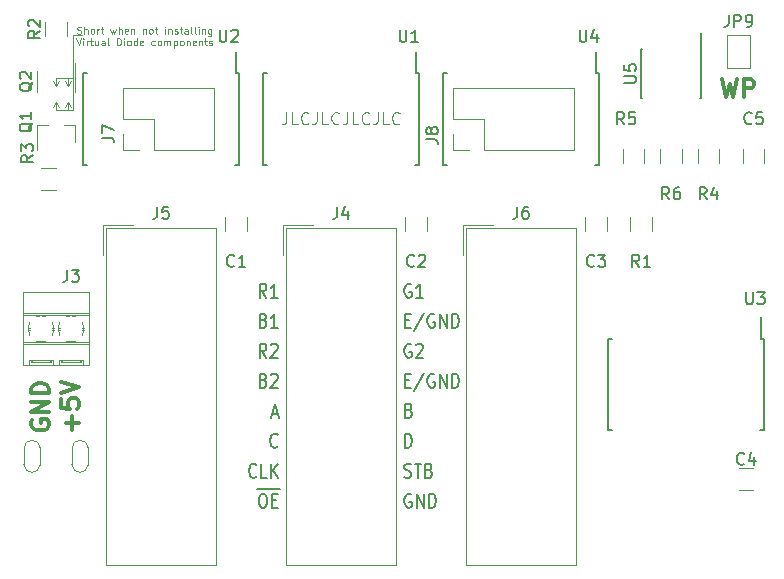
<source format=gbr>
G04 #@! TF.GenerationSoftware,KiCad,Pcbnew,5.0.2-bee76a0~70~ubuntu18.04.1*
G04 #@! TF.CreationDate,2019-04-09T16:07:38-04:00*
G04 #@! TF.ProjectId,rpi-rgb-led-matrix-nonhat,7270692d-7267-4622-9d6c-65642d6d6174,1.2*
G04 #@! TF.SameCoordinates,Original*
G04 #@! TF.FileFunction,Legend,Top*
G04 #@! TF.FilePolarity,Positive*
%FSLAX46Y46*%
G04 Gerber Fmt 4.6, Leading zero omitted, Abs format (unit mm)*
G04 Created by KiCad (PCBNEW 5.0.2-bee76a0~70~ubuntu18.04.1) date Tue 09 Apr 2019 16:07:38 EDT*
%MOMM*%
%LPD*%
G01*
G04 APERTURE LIST*
%ADD10C,0.050000*%
%ADD11C,0.100000*%
%ADD12C,0.150000*%
%ADD13C,0.300000*%
%ADD14C,0.120000*%
%ADD15C,0.025000*%
%ADD16C,0.030000*%
%ADD17C,0.080000*%
G04 APERTURE END LIST*
D10*
X-3683000Y-4953000D02*
X-2921000Y-4953000D01*
X-3683000Y-11303000D02*
X-3683000Y-4953000D01*
X-5080000Y-8636000D02*
X-3683000Y-8636000D01*
X-3810000Y-8890000D02*
X-4064000Y-9271000D01*
X-4064000Y-9271000D02*
X-4064000Y-8636000D01*
X-4064000Y-9271000D02*
X-4318000Y-8890000D01*
X-4826000Y-8890000D02*
X-5080000Y-9271000D01*
X-5080000Y-9271000D02*
X-5080000Y-8636000D01*
X-5080000Y-9271000D02*
X-5334000Y-8890000D01*
X-5080000Y-11303000D02*
X-3683000Y-11303000D01*
X-4064000Y-10668000D02*
X-3810000Y-11049000D01*
X-4064000Y-10668000D02*
X-4064000Y-11303000D01*
X-4318000Y-11049000D02*
X-4064000Y-10668000D01*
X-5080000Y-10668000D02*
X-4826000Y-11049000D01*
X-5080000Y-10668000D02*
X-5080000Y-11303000D01*
X-5334000Y-11049000D02*
X-5080000Y-10668000D01*
D11*
X-3272714Y-4822857D02*
X-3187000Y-4851428D01*
X-3044142Y-4851428D01*
X-2987000Y-4822857D01*
X-2958428Y-4794285D01*
X-2929857Y-4737142D01*
X-2929857Y-4680000D01*
X-2958428Y-4622857D01*
X-2987000Y-4594285D01*
X-3044142Y-4565714D01*
X-3158428Y-4537142D01*
X-3215571Y-4508571D01*
X-3244142Y-4480000D01*
X-3272714Y-4422857D01*
X-3272714Y-4365714D01*
X-3244142Y-4308571D01*
X-3215571Y-4280000D01*
X-3158428Y-4251428D01*
X-3015571Y-4251428D01*
X-2929857Y-4280000D01*
X-2672714Y-4851428D02*
X-2672714Y-4251428D01*
X-2415571Y-4851428D02*
X-2415571Y-4537142D01*
X-2444142Y-4480000D01*
X-2501285Y-4451428D01*
X-2587000Y-4451428D01*
X-2644142Y-4480000D01*
X-2672714Y-4508571D01*
X-2044142Y-4851428D02*
X-2101285Y-4822857D01*
X-2129857Y-4794285D01*
X-2158428Y-4737142D01*
X-2158428Y-4565714D01*
X-2129857Y-4508571D01*
X-2101285Y-4480000D01*
X-2044142Y-4451428D01*
X-1958428Y-4451428D01*
X-1901285Y-4480000D01*
X-1872714Y-4508571D01*
X-1844142Y-4565714D01*
X-1844142Y-4737142D01*
X-1872714Y-4794285D01*
X-1901285Y-4822857D01*
X-1958428Y-4851428D01*
X-2044142Y-4851428D01*
X-1587000Y-4851428D02*
X-1587000Y-4451428D01*
X-1587000Y-4565714D02*
X-1558428Y-4508571D01*
X-1529857Y-4480000D01*
X-1472714Y-4451428D01*
X-1415571Y-4451428D01*
X-1301285Y-4451428D02*
X-1072714Y-4451428D01*
X-1215571Y-4251428D02*
X-1215571Y-4765714D01*
X-1187000Y-4822857D01*
X-1129857Y-4851428D01*
X-1072714Y-4851428D01*
X-472714Y-4451428D02*
X-358428Y-4851428D01*
X-244142Y-4565714D01*
X-129857Y-4851428D01*
X-15571Y-4451428D01*
X212999Y-4851428D02*
X212999Y-4251428D01*
X470142Y-4851428D02*
X470142Y-4537142D01*
X441571Y-4480000D01*
X384428Y-4451428D01*
X298714Y-4451428D01*
X241571Y-4480000D01*
X212999Y-4508571D01*
X984428Y-4822857D02*
X927285Y-4851428D01*
X812999Y-4851428D01*
X755857Y-4822857D01*
X727285Y-4765714D01*
X727285Y-4537142D01*
X755857Y-4480000D01*
X812999Y-4451428D01*
X927285Y-4451428D01*
X984428Y-4480000D01*
X1012999Y-4537142D01*
X1012999Y-4594285D01*
X727285Y-4651428D01*
X1270142Y-4451428D02*
X1270142Y-4851428D01*
X1270142Y-4508571D02*
X1298714Y-4480000D01*
X1355857Y-4451428D01*
X1441571Y-4451428D01*
X1498714Y-4480000D01*
X1527285Y-4537142D01*
X1527285Y-4851428D01*
X2270142Y-4451428D02*
X2270142Y-4851428D01*
X2270142Y-4508571D02*
X2298714Y-4480000D01*
X2355857Y-4451428D01*
X2441571Y-4451428D01*
X2498714Y-4480000D01*
X2527285Y-4537142D01*
X2527285Y-4851428D01*
X2898714Y-4851428D02*
X2841571Y-4822857D01*
X2812999Y-4794285D01*
X2784428Y-4737142D01*
X2784428Y-4565714D01*
X2812999Y-4508571D01*
X2841571Y-4480000D01*
X2898714Y-4451428D01*
X2984428Y-4451428D01*
X3041571Y-4480000D01*
X3070142Y-4508571D01*
X3098714Y-4565714D01*
X3098714Y-4737142D01*
X3070142Y-4794285D01*
X3041571Y-4822857D01*
X2984428Y-4851428D01*
X2898714Y-4851428D01*
X3270142Y-4451428D02*
X3498714Y-4451428D01*
X3355857Y-4251428D02*
X3355857Y-4765714D01*
X3384428Y-4822857D01*
X3441571Y-4851428D01*
X3498714Y-4851428D01*
X4155857Y-4851428D02*
X4155857Y-4451428D01*
X4155857Y-4251428D02*
X4127285Y-4280000D01*
X4155857Y-4308571D01*
X4184428Y-4280000D01*
X4155857Y-4251428D01*
X4155857Y-4308571D01*
X4441571Y-4451428D02*
X4441571Y-4851428D01*
X4441571Y-4508571D02*
X4470142Y-4480000D01*
X4527285Y-4451428D01*
X4612999Y-4451428D01*
X4670142Y-4480000D01*
X4698714Y-4537142D01*
X4698714Y-4851428D01*
X4955857Y-4822857D02*
X5012999Y-4851428D01*
X5127285Y-4851428D01*
X5184428Y-4822857D01*
X5212999Y-4765714D01*
X5212999Y-4737142D01*
X5184428Y-4680000D01*
X5127285Y-4651428D01*
X5041571Y-4651428D01*
X4984428Y-4622857D01*
X4955857Y-4565714D01*
X4955857Y-4537142D01*
X4984428Y-4480000D01*
X5041571Y-4451428D01*
X5127285Y-4451428D01*
X5184428Y-4480000D01*
X5384428Y-4451428D02*
X5612999Y-4451428D01*
X5470142Y-4251428D02*
X5470142Y-4765714D01*
X5498714Y-4822857D01*
X5555857Y-4851428D01*
X5612999Y-4851428D01*
X6070142Y-4851428D02*
X6070142Y-4537142D01*
X6041571Y-4480000D01*
X5984428Y-4451428D01*
X5870142Y-4451428D01*
X5812999Y-4480000D01*
X6070142Y-4822857D02*
X6012999Y-4851428D01*
X5870142Y-4851428D01*
X5812999Y-4822857D01*
X5784428Y-4765714D01*
X5784428Y-4708571D01*
X5812999Y-4651428D01*
X5870142Y-4622857D01*
X6012999Y-4622857D01*
X6070142Y-4594285D01*
X6441571Y-4851428D02*
X6384428Y-4822857D01*
X6355857Y-4765714D01*
X6355857Y-4251428D01*
X6755857Y-4851428D02*
X6698714Y-4822857D01*
X6670142Y-4765714D01*
X6670142Y-4251428D01*
X6984428Y-4851428D02*
X6984428Y-4451428D01*
X6984428Y-4251428D02*
X6955857Y-4280000D01*
X6984428Y-4308571D01*
X7012999Y-4280000D01*
X6984428Y-4251428D01*
X6984428Y-4308571D01*
X7270142Y-4451428D02*
X7270142Y-4851428D01*
X7270142Y-4508571D02*
X7298714Y-4480000D01*
X7355857Y-4451428D01*
X7441571Y-4451428D01*
X7498714Y-4480000D01*
X7527285Y-4537142D01*
X7527285Y-4851428D01*
X8070142Y-4451428D02*
X8070142Y-4937142D01*
X8041571Y-4994285D01*
X8013000Y-5022857D01*
X7955857Y-5051428D01*
X7870142Y-5051428D01*
X7813000Y-5022857D01*
X8070142Y-4822857D02*
X8013000Y-4851428D01*
X7898714Y-4851428D01*
X7841571Y-4822857D01*
X7813000Y-4794285D01*
X7784428Y-4737142D01*
X7784428Y-4565714D01*
X7813000Y-4508571D01*
X7841571Y-4480000D01*
X7898714Y-4451428D01*
X8013000Y-4451428D01*
X8070142Y-4480000D01*
X-3372714Y-5251428D02*
X-3172714Y-5851428D01*
X-2972714Y-5251428D01*
X-2772714Y-5851428D02*
X-2772714Y-5451428D01*
X-2772714Y-5251428D02*
X-2801285Y-5280000D01*
X-2772714Y-5308571D01*
X-2744142Y-5280000D01*
X-2772714Y-5251428D01*
X-2772714Y-5308571D01*
X-2487000Y-5851428D02*
X-2487000Y-5451428D01*
X-2487000Y-5565714D02*
X-2458428Y-5508571D01*
X-2429857Y-5480000D01*
X-2372714Y-5451428D01*
X-2315571Y-5451428D01*
X-2201285Y-5451428D02*
X-1972714Y-5451428D01*
X-2115571Y-5251428D02*
X-2115571Y-5765714D01*
X-2087000Y-5822857D01*
X-2029857Y-5851428D01*
X-1972714Y-5851428D01*
X-1515571Y-5451428D02*
X-1515571Y-5851428D01*
X-1772714Y-5451428D02*
X-1772714Y-5765714D01*
X-1744142Y-5822857D01*
X-1687000Y-5851428D01*
X-1601285Y-5851428D01*
X-1544142Y-5822857D01*
X-1515571Y-5794285D01*
X-972714Y-5851428D02*
X-972714Y-5537142D01*
X-1001285Y-5480000D01*
X-1058428Y-5451428D01*
X-1172714Y-5451428D01*
X-1229857Y-5480000D01*
X-972714Y-5822857D02*
X-1029857Y-5851428D01*
X-1172714Y-5851428D01*
X-1229857Y-5822857D01*
X-1258428Y-5765714D01*
X-1258428Y-5708571D01*
X-1229857Y-5651428D01*
X-1172714Y-5622857D01*
X-1029857Y-5622857D01*
X-972714Y-5594285D01*
X-601285Y-5851428D02*
X-658428Y-5822857D01*
X-687000Y-5765714D01*
X-687000Y-5251428D01*
X84428Y-5851428D02*
X84428Y-5251428D01*
X227285Y-5251428D01*
X312999Y-5280000D01*
X370142Y-5337142D01*
X398714Y-5394285D01*
X427285Y-5508571D01*
X427285Y-5594285D01*
X398714Y-5708571D01*
X370142Y-5765714D01*
X312999Y-5822857D01*
X227285Y-5851428D01*
X84428Y-5851428D01*
X684428Y-5851428D02*
X684428Y-5451428D01*
X684428Y-5251428D02*
X655857Y-5280000D01*
X684428Y-5308571D01*
X712999Y-5280000D01*
X684428Y-5251428D01*
X684428Y-5308571D01*
X1055857Y-5851428D02*
X998714Y-5822857D01*
X970142Y-5794285D01*
X941571Y-5737142D01*
X941571Y-5565714D01*
X970142Y-5508571D01*
X998714Y-5480000D01*
X1055857Y-5451428D01*
X1141571Y-5451428D01*
X1198714Y-5480000D01*
X1227285Y-5508571D01*
X1255857Y-5565714D01*
X1255857Y-5737142D01*
X1227285Y-5794285D01*
X1198714Y-5822857D01*
X1141571Y-5851428D01*
X1055857Y-5851428D01*
X1770142Y-5851428D02*
X1770142Y-5251428D01*
X1770142Y-5822857D02*
X1712999Y-5851428D01*
X1598714Y-5851428D01*
X1541571Y-5822857D01*
X1512999Y-5794285D01*
X1484428Y-5737142D01*
X1484428Y-5565714D01*
X1512999Y-5508571D01*
X1541571Y-5480000D01*
X1598714Y-5451428D01*
X1712999Y-5451428D01*
X1770142Y-5480000D01*
X2284428Y-5822857D02*
X2227285Y-5851428D01*
X2112999Y-5851428D01*
X2055857Y-5822857D01*
X2027285Y-5765714D01*
X2027285Y-5537142D01*
X2055857Y-5480000D01*
X2112999Y-5451428D01*
X2227285Y-5451428D01*
X2284428Y-5480000D01*
X2312999Y-5537142D01*
X2312999Y-5594285D01*
X2027285Y-5651428D01*
X3284428Y-5822857D02*
X3227285Y-5851428D01*
X3112999Y-5851428D01*
X3055857Y-5822857D01*
X3027285Y-5794285D01*
X2998714Y-5737142D01*
X2998714Y-5565714D01*
X3027285Y-5508571D01*
X3055857Y-5480000D01*
X3112999Y-5451428D01*
X3227285Y-5451428D01*
X3284428Y-5480000D01*
X3627285Y-5851428D02*
X3570142Y-5822857D01*
X3541571Y-5794285D01*
X3512999Y-5737142D01*
X3512999Y-5565714D01*
X3541571Y-5508571D01*
X3570142Y-5480000D01*
X3627285Y-5451428D01*
X3712999Y-5451428D01*
X3770142Y-5480000D01*
X3798714Y-5508571D01*
X3827285Y-5565714D01*
X3827285Y-5737142D01*
X3798714Y-5794285D01*
X3770142Y-5822857D01*
X3712999Y-5851428D01*
X3627285Y-5851428D01*
X4084428Y-5851428D02*
X4084428Y-5451428D01*
X4084428Y-5508571D02*
X4112999Y-5480000D01*
X4170142Y-5451428D01*
X4255857Y-5451428D01*
X4312999Y-5480000D01*
X4341571Y-5537142D01*
X4341571Y-5851428D01*
X4341571Y-5537142D02*
X4370142Y-5480000D01*
X4427285Y-5451428D01*
X4512999Y-5451428D01*
X4570142Y-5480000D01*
X4598714Y-5537142D01*
X4598714Y-5851428D01*
X4884428Y-5451428D02*
X4884428Y-6051428D01*
X4884428Y-5480000D02*
X4941571Y-5451428D01*
X5055857Y-5451428D01*
X5112999Y-5480000D01*
X5141571Y-5508571D01*
X5170142Y-5565714D01*
X5170142Y-5737142D01*
X5141571Y-5794285D01*
X5112999Y-5822857D01*
X5055857Y-5851428D01*
X4941571Y-5851428D01*
X4884428Y-5822857D01*
X5512999Y-5851428D02*
X5455857Y-5822857D01*
X5427285Y-5794285D01*
X5398714Y-5737142D01*
X5398714Y-5565714D01*
X5427285Y-5508571D01*
X5455857Y-5480000D01*
X5512999Y-5451428D01*
X5598714Y-5451428D01*
X5655857Y-5480000D01*
X5684428Y-5508571D01*
X5712999Y-5565714D01*
X5712999Y-5737142D01*
X5684428Y-5794285D01*
X5655857Y-5822857D01*
X5598714Y-5851428D01*
X5512999Y-5851428D01*
X5970142Y-5451428D02*
X5970142Y-5851428D01*
X5970142Y-5508571D02*
X5998714Y-5480000D01*
X6055857Y-5451428D01*
X6141571Y-5451428D01*
X6198714Y-5480000D01*
X6227285Y-5537142D01*
X6227285Y-5851428D01*
X6741571Y-5822857D02*
X6684428Y-5851428D01*
X6570142Y-5851428D01*
X6513000Y-5822857D01*
X6484428Y-5765714D01*
X6484428Y-5537142D01*
X6513000Y-5480000D01*
X6570142Y-5451428D01*
X6684428Y-5451428D01*
X6741571Y-5480000D01*
X6770142Y-5537142D01*
X6770142Y-5594285D01*
X6484428Y-5651428D01*
X7027285Y-5451428D02*
X7027285Y-5851428D01*
X7027285Y-5508571D02*
X7055857Y-5480000D01*
X7113000Y-5451428D01*
X7198714Y-5451428D01*
X7255857Y-5480000D01*
X7284428Y-5537142D01*
X7284428Y-5851428D01*
X7484428Y-5451428D02*
X7713000Y-5451428D01*
X7570142Y-5251428D02*
X7570142Y-5765714D01*
X7598714Y-5822857D01*
X7655857Y-5851428D01*
X7713000Y-5851428D01*
X7884428Y-5822857D02*
X7941571Y-5851428D01*
X8055857Y-5851428D01*
X8113000Y-5822857D01*
X8141571Y-5765714D01*
X8141571Y-5737142D01*
X8113000Y-5680000D01*
X8055857Y-5651428D01*
X7970142Y-5651428D01*
X7913000Y-5622857D01*
X7884428Y-5565714D01*
X7884428Y-5537142D01*
X7913000Y-5480000D01*
X7970142Y-5451428D01*
X8055857Y-5451428D01*
X8113000Y-5480000D01*
D12*
X24989404Y-43850000D02*
X24894166Y-43792857D01*
X24751309Y-43792857D01*
X24608452Y-43850000D01*
X24513214Y-43964285D01*
X24465595Y-44078571D01*
X24417976Y-44307142D01*
X24417976Y-44478571D01*
X24465595Y-44707142D01*
X24513214Y-44821428D01*
X24608452Y-44935714D01*
X24751309Y-44992857D01*
X24846547Y-44992857D01*
X24989404Y-44935714D01*
X25037023Y-44878571D01*
X25037023Y-44478571D01*
X24846547Y-44478571D01*
X25465595Y-44992857D02*
X25465595Y-43792857D01*
X26037023Y-44992857D01*
X26037023Y-43792857D01*
X26513214Y-44992857D02*
X26513214Y-43792857D01*
X26751309Y-43792857D01*
X26894166Y-43850000D01*
X26989404Y-43964285D01*
X27037023Y-44078571D01*
X27084642Y-44307142D01*
X27084642Y-44478571D01*
X27037023Y-44707142D01*
X26989404Y-44821428D01*
X26894166Y-44935714D01*
X26751309Y-44992857D01*
X26513214Y-44992857D01*
X24417976Y-42395714D02*
X24560833Y-42452857D01*
X24798928Y-42452857D01*
X24894166Y-42395714D01*
X24941785Y-42338571D01*
X24989404Y-42224285D01*
X24989404Y-42110000D01*
X24941785Y-41995714D01*
X24894166Y-41938571D01*
X24798928Y-41881428D01*
X24608452Y-41824285D01*
X24513214Y-41767142D01*
X24465595Y-41710000D01*
X24417976Y-41595714D01*
X24417976Y-41481428D01*
X24465595Y-41367142D01*
X24513214Y-41310000D01*
X24608452Y-41252857D01*
X24846547Y-41252857D01*
X24989404Y-41310000D01*
X25275119Y-41252857D02*
X25846547Y-41252857D01*
X25560833Y-42452857D02*
X25560833Y-41252857D01*
X26513214Y-41824285D02*
X26656071Y-41881428D01*
X26703690Y-41938571D01*
X26751309Y-42052857D01*
X26751309Y-42224285D01*
X26703690Y-42338571D01*
X26656071Y-42395714D01*
X26560833Y-42452857D01*
X26179880Y-42452857D01*
X26179880Y-41252857D01*
X26513214Y-41252857D01*
X26608452Y-41310000D01*
X26656071Y-41367142D01*
X26703690Y-41481428D01*
X26703690Y-41595714D01*
X26656071Y-41710000D01*
X26608452Y-41767142D01*
X26513214Y-41824285D01*
X26179880Y-41824285D01*
X24465595Y-39912857D02*
X24465595Y-38712857D01*
X24703690Y-38712857D01*
X24846547Y-38770000D01*
X24941785Y-38884285D01*
X24989404Y-38998571D01*
X25037023Y-39227142D01*
X25037023Y-39398571D01*
X24989404Y-39627142D01*
X24941785Y-39741428D01*
X24846547Y-39855714D01*
X24703690Y-39912857D01*
X24465595Y-39912857D01*
X24798928Y-36744285D02*
X24941785Y-36801428D01*
X24989404Y-36858571D01*
X25037023Y-36972857D01*
X25037023Y-37144285D01*
X24989404Y-37258571D01*
X24941785Y-37315714D01*
X24846547Y-37372857D01*
X24465595Y-37372857D01*
X24465595Y-36172857D01*
X24798928Y-36172857D01*
X24894166Y-36230000D01*
X24941785Y-36287142D01*
X24989404Y-36401428D01*
X24989404Y-36515714D01*
X24941785Y-36630000D01*
X24894166Y-36687142D01*
X24798928Y-36744285D01*
X24465595Y-36744285D01*
X24465595Y-34204285D02*
X24798928Y-34204285D01*
X24941785Y-34832857D02*
X24465595Y-34832857D01*
X24465595Y-33632857D01*
X24941785Y-33632857D01*
X26084642Y-33575714D02*
X25227500Y-35118571D01*
X26941785Y-33690000D02*
X26846547Y-33632857D01*
X26703690Y-33632857D01*
X26560833Y-33690000D01*
X26465595Y-33804285D01*
X26417976Y-33918571D01*
X26370357Y-34147142D01*
X26370357Y-34318571D01*
X26417976Y-34547142D01*
X26465595Y-34661428D01*
X26560833Y-34775714D01*
X26703690Y-34832857D01*
X26798928Y-34832857D01*
X26941785Y-34775714D01*
X26989404Y-34718571D01*
X26989404Y-34318571D01*
X26798928Y-34318571D01*
X27417976Y-34832857D02*
X27417976Y-33632857D01*
X27989404Y-34832857D01*
X27989404Y-33632857D01*
X28465595Y-34832857D02*
X28465595Y-33632857D01*
X28703690Y-33632857D01*
X28846547Y-33690000D01*
X28941785Y-33804285D01*
X28989404Y-33918571D01*
X29037023Y-34147142D01*
X29037023Y-34318571D01*
X28989404Y-34547142D01*
X28941785Y-34661428D01*
X28846547Y-34775714D01*
X28703690Y-34832857D01*
X28465595Y-34832857D01*
X24989404Y-31150000D02*
X24894166Y-31092857D01*
X24751309Y-31092857D01*
X24608452Y-31150000D01*
X24513214Y-31264285D01*
X24465595Y-31378571D01*
X24417976Y-31607142D01*
X24417976Y-31778571D01*
X24465595Y-32007142D01*
X24513214Y-32121428D01*
X24608452Y-32235714D01*
X24751309Y-32292857D01*
X24846547Y-32292857D01*
X24989404Y-32235714D01*
X25037023Y-32178571D01*
X25037023Y-31778571D01*
X24846547Y-31778571D01*
X25417976Y-31207142D02*
X25465595Y-31150000D01*
X25560833Y-31092857D01*
X25798928Y-31092857D01*
X25894166Y-31150000D01*
X25941785Y-31207142D01*
X25989404Y-31321428D01*
X25989404Y-31435714D01*
X25941785Y-31607142D01*
X25370357Y-32292857D01*
X25989404Y-32292857D01*
X24465595Y-29124285D02*
X24798928Y-29124285D01*
X24941785Y-29752857D02*
X24465595Y-29752857D01*
X24465595Y-28552857D01*
X24941785Y-28552857D01*
X26084642Y-28495714D02*
X25227500Y-30038571D01*
X26941785Y-28610000D02*
X26846547Y-28552857D01*
X26703690Y-28552857D01*
X26560833Y-28610000D01*
X26465595Y-28724285D01*
X26417976Y-28838571D01*
X26370357Y-29067142D01*
X26370357Y-29238571D01*
X26417976Y-29467142D01*
X26465595Y-29581428D01*
X26560833Y-29695714D01*
X26703690Y-29752857D01*
X26798928Y-29752857D01*
X26941785Y-29695714D01*
X26989404Y-29638571D01*
X26989404Y-29238571D01*
X26798928Y-29238571D01*
X27417976Y-29752857D02*
X27417976Y-28552857D01*
X27989404Y-29752857D01*
X27989404Y-28552857D01*
X28465595Y-29752857D02*
X28465595Y-28552857D01*
X28703690Y-28552857D01*
X28846547Y-28610000D01*
X28941785Y-28724285D01*
X28989404Y-28838571D01*
X29037023Y-29067142D01*
X29037023Y-29238571D01*
X28989404Y-29467142D01*
X28941785Y-29581428D01*
X28846547Y-29695714D01*
X28703690Y-29752857D01*
X28465595Y-29752857D01*
X24989404Y-26070000D02*
X24894166Y-26012857D01*
X24751309Y-26012857D01*
X24608452Y-26070000D01*
X24513214Y-26184285D01*
X24465595Y-26298571D01*
X24417976Y-26527142D01*
X24417976Y-26698571D01*
X24465595Y-26927142D01*
X24513214Y-27041428D01*
X24608452Y-27155714D01*
X24751309Y-27212857D01*
X24846547Y-27212857D01*
X24989404Y-27155714D01*
X25037023Y-27098571D01*
X25037023Y-26698571D01*
X24846547Y-26698571D01*
X25989404Y-27212857D02*
X25417976Y-27212857D01*
X25703690Y-27212857D02*
X25703690Y-26012857D01*
X25608452Y-26184285D01*
X25513214Y-26298571D01*
X25417976Y-26355714D01*
X11920119Y-43391000D02*
X12967738Y-43391000D01*
X12348690Y-43792857D02*
X12539166Y-43792857D01*
X12634404Y-43850000D01*
X12729642Y-43964285D01*
X12777261Y-44192857D01*
X12777261Y-44592857D01*
X12729642Y-44821428D01*
X12634404Y-44935714D01*
X12539166Y-44992857D01*
X12348690Y-44992857D01*
X12253452Y-44935714D01*
X12158214Y-44821428D01*
X12110595Y-44592857D01*
X12110595Y-44192857D01*
X12158214Y-43964285D01*
X12253452Y-43850000D01*
X12348690Y-43792857D01*
X12967738Y-43391000D02*
X13872500Y-43391000D01*
X13205833Y-44364285D02*
X13539166Y-44364285D01*
X13682023Y-44992857D02*
X13205833Y-44992857D01*
X13205833Y-43792857D01*
X13682023Y-43792857D01*
X11872500Y-42338571D02*
X11824880Y-42395714D01*
X11682023Y-42452857D01*
X11586785Y-42452857D01*
X11443928Y-42395714D01*
X11348690Y-42281428D01*
X11301071Y-42167142D01*
X11253452Y-41938571D01*
X11253452Y-41767142D01*
X11301071Y-41538571D01*
X11348690Y-41424285D01*
X11443928Y-41310000D01*
X11586785Y-41252857D01*
X11682023Y-41252857D01*
X11824880Y-41310000D01*
X11872500Y-41367142D01*
X12777261Y-42452857D02*
X12301071Y-42452857D01*
X12301071Y-41252857D01*
X13110595Y-42452857D02*
X13110595Y-41252857D01*
X13682023Y-42452857D02*
X13253452Y-41767142D01*
X13682023Y-41252857D02*
X13110595Y-41938571D01*
X13682023Y-39798571D02*
X13634404Y-39855714D01*
X13491547Y-39912857D01*
X13396309Y-39912857D01*
X13253452Y-39855714D01*
X13158214Y-39741428D01*
X13110595Y-39627142D01*
X13062976Y-39398571D01*
X13062976Y-39227142D01*
X13110595Y-38998571D01*
X13158214Y-38884285D01*
X13253452Y-38770000D01*
X13396309Y-38712857D01*
X13491547Y-38712857D01*
X13634404Y-38770000D01*
X13682023Y-38827142D01*
X13205833Y-37030000D02*
X13682023Y-37030000D01*
X13110595Y-37372857D02*
X13443928Y-36172857D01*
X13777261Y-37372857D01*
X12491547Y-34204285D02*
X12634404Y-34261428D01*
X12682023Y-34318571D01*
X12729642Y-34432857D01*
X12729642Y-34604285D01*
X12682023Y-34718571D01*
X12634404Y-34775714D01*
X12539166Y-34832857D01*
X12158214Y-34832857D01*
X12158214Y-33632857D01*
X12491547Y-33632857D01*
X12586785Y-33690000D01*
X12634404Y-33747142D01*
X12682023Y-33861428D01*
X12682023Y-33975714D01*
X12634404Y-34090000D01*
X12586785Y-34147142D01*
X12491547Y-34204285D01*
X12158214Y-34204285D01*
X13110595Y-33747142D02*
X13158214Y-33690000D01*
X13253452Y-33632857D01*
X13491547Y-33632857D01*
X13586785Y-33690000D01*
X13634404Y-33747142D01*
X13682023Y-33861428D01*
X13682023Y-33975714D01*
X13634404Y-34147142D01*
X13062976Y-34832857D01*
X13682023Y-34832857D01*
X12729642Y-32292857D02*
X12396309Y-31721428D01*
X12158214Y-32292857D02*
X12158214Y-31092857D01*
X12539166Y-31092857D01*
X12634404Y-31150000D01*
X12682023Y-31207142D01*
X12729642Y-31321428D01*
X12729642Y-31492857D01*
X12682023Y-31607142D01*
X12634404Y-31664285D01*
X12539166Y-31721428D01*
X12158214Y-31721428D01*
X13110595Y-31207142D02*
X13158214Y-31150000D01*
X13253452Y-31092857D01*
X13491547Y-31092857D01*
X13586785Y-31150000D01*
X13634404Y-31207142D01*
X13682023Y-31321428D01*
X13682023Y-31435714D01*
X13634404Y-31607142D01*
X13062976Y-32292857D01*
X13682023Y-32292857D01*
X12491547Y-29124285D02*
X12634404Y-29181428D01*
X12682023Y-29238571D01*
X12729642Y-29352857D01*
X12729642Y-29524285D01*
X12682023Y-29638571D01*
X12634404Y-29695714D01*
X12539166Y-29752857D01*
X12158214Y-29752857D01*
X12158214Y-28552857D01*
X12491547Y-28552857D01*
X12586785Y-28610000D01*
X12634404Y-28667142D01*
X12682023Y-28781428D01*
X12682023Y-28895714D01*
X12634404Y-29010000D01*
X12586785Y-29067142D01*
X12491547Y-29124285D01*
X12158214Y-29124285D01*
X13682023Y-29752857D02*
X13110595Y-29752857D01*
X13396309Y-29752857D02*
X13396309Y-28552857D01*
X13301071Y-28724285D01*
X13205833Y-28838571D01*
X13110595Y-28895714D01*
X12729642Y-27212857D02*
X12396309Y-26641428D01*
X12158214Y-27212857D02*
X12158214Y-26012857D01*
X12539166Y-26012857D01*
X12634404Y-26070000D01*
X12682023Y-26127142D01*
X12729642Y-26241428D01*
X12729642Y-26412857D01*
X12682023Y-26527142D01*
X12634404Y-26584285D01*
X12539166Y-26641428D01*
X12158214Y-26641428D01*
X13682023Y-27212857D02*
X13110595Y-27212857D01*
X13396309Y-27212857D02*
X13396309Y-26012857D01*
X13301071Y-26184285D01*
X13205833Y-26298571D01*
X13110595Y-26355714D01*
D11*
X14430952Y-11517380D02*
X14430952Y-12231666D01*
X14383333Y-12374523D01*
X14288095Y-12469761D01*
X14145238Y-12517380D01*
X14050000Y-12517380D01*
X15383333Y-12517380D02*
X14907142Y-12517380D01*
X14907142Y-11517380D01*
X16288095Y-12422142D02*
X16240476Y-12469761D01*
X16097619Y-12517380D01*
X16002380Y-12517380D01*
X15859523Y-12469761D01*
X15764285Y-12374523D01*
X15716666Y-12279285D01*
X15669047Y-12088809D01*
X15669047Y-11945952D01*
X15716666Y-11755476D01*
X15764285Y-11660238D01*
X15859523Y-11565000D01*
X16002380Y-11517380D01*
X16097619Y-11517380D01*
X16240476Y-11565000D01*
X16288095Y-11612619D01*
X17002380Y-11517380D02*
X17002380Y-12231666D01*
X16954761Y-12374523D01*
X16859523Y-12469761D01*
X16716666Y-12517380D01*
X16621428Y-12517380D01*
X17954761Y-12517380D02*
X17478571Y-12517380D01*
X17478571Y-11517380D01*
X18859523Y-12422142D02*
X18811904Y-12469761D01*
X18669047Y-12517380D01*
X18573809Y-12517380D01*
X18430952Y-12469761D01*
X18335714Y-12374523D01*
X18288095Y-12279285D01*
X18240476Y-12088809D01*
X18240476Y-11945952D01*
X18288095Y-11755476D01*
X18335714Y-11660238D01*
X18430952Y-11565000D01*
X18573809Y-11517380D01*
X18669047Y-11517380D01*
X18811904Y-11565000D01*
X18859523Y-11612619D01*
X19573809Y-11517380D02*
X19573809Y-12231666D01*
X19526190Y-12374523D01*
X19430952Y-12469761D01*
X19288095Y-12517380D01*
X19192857Y-12517380D01*
X20526190Y-12517380D02*
X20050000Y-12517380D01*
X20050000Y-11517380D01*
X21430952Y-12422142D02*
X21383333Y-12469761D01*
X21240476Y-12517380D01*
X21145238Y-12517380D01*
X21002380Y-12469761D01*
X20907142Y-12374523D01*
X20859523Y-12279285D01*
X20811904Y-12088809D01*
X20811904Y-11945952D01*
X20859523Y-11755476D01*
X20907142Y-11660238D01*
X21002380Y-11565000D01*
X21145238Y-11517380D01*
X21240476Y-11517380D01*
X21383333Y-11565000D01*
X21430952Y-11612619D01*
X22145238Y-11517380D02*
X22145238Y-12231666D01*
X22097619Y-12374523D01*
X22002380Y-12469761D01*
X21859523Y-12517380D01*
X21764285Y-12517380D01*
X23097619Y-12517380D02*
X22621428Y-12517380D01*
X22621428Y-11517380D01*
X24002380Y-12422142D02*
X23954761Y-12469761D01*
X23811904Y-12517380D01*
X23716666Y-12517380D01*
X23573809Y-12469761D01*
X23478571Y-12374523D01*
X23430952Y-12279285D01*
X23383333Y-12088809D01*
X23383333Y-11945952D01*
X23430952Y-11755476D01*
X23478571Y-11660238D01*
X23573809Y-11565000D01*
X23716666Y-11517380D01*
X23811904Y-11517380D01*
X23954761Y-11565000D01*
X24002380Y-11612619D01*
D13*
X-7100000Y-37591857D02*
X-7171428Y-37734714D01*
X-7171428Y-37949000D01*
X-7100000Y-38163285D01*
X-6957142Y-38306142D01*
X-6814285Y-38377571D01*
X-6528571Y-38449000D01*
X-6314285Y-38449000D01*
X-6028571Y-38377571D01*
X-5885714Y-38306142D01*
X-5742857Y-38163285D01*
X-5671428Y-37949000D01*
X-5671428Y-37806142D01*
X-5742857Y-37591857D01*
X-5814285Y-37520428D01*
X-6314285Y-37520428D01*
X-6314285Y-37806142D01*
X-5671428Y-36877571D02*
X-7171428Y-36877571D01*
X-5671428Y-36020428D01*
X-7171428Y-36020428D01*
X-5671428Y-35306142D02*
X-7171428Y-35306142D01*
X-7171428Y-34949000D01*
X-7100000Y-34734714D01*
X-6957142Y-34591857D01*
X-6814285Y-34520428D01*
X-6528571Y-34449000D01*
X-6314285Y-34449000D01*
X-6028571Y-34520428D01*
X-5885714Y-34591857D01*
X-5742857Y-34734714D01*
X-5671428Y-34949000D01*
X-5671428Y-35306142D01*
X-3702857Y-38377571D02*
X-3702857Y-37234714D01*
X-3131428Y-37806142D02*
X-4274285Y-37806142D01*
X-4631428Y-35806142D02*
X-4631428Y-36520428D01*
X-3917142Y-36591857D01*
X-3988571Y-36520428D01*
X-4060000Y-36377571D01*
X-4060000Y-36020428D01*
X-3988571Y-35877571D01*
X-3917142Y-35806142D01*
X-3774285Y-35734714D01*
X-3417142Y-35734714D01*
X-3274285Y-35806142D01*
X-3202857Y-35877571D01*
X-3131428Y-36020428D01*
X-3131428Y-36377571D01*
X-3202857Y-36520428D01*
X-3274285Y-36591857D01*
X-4631428Y-35306142D02*
X-3131428Y-34806142D01*
X-4631428Y-34306142D01*
X51312142Y-8703571D02*
X51669285Y-10203571D01*
X51955000Y-9132142D01*
X52240714Y-10203571D01*
X52597857Y-8703571D01*
X53169285Y-10203571D02*
X53169285Y-8703571D01*
X53740714Y-8703571D01*
X53883571Y-8775000D01*
X53955000Y-8846428D01*
X54026428Y-8989285D01*
X54026428Y-9203571D01*
X53955000Y-9346428D01*
X53883571Y-9417857D01*
X53740714Y-9489285D01*
X53169285Y-9489285D01*
D12*
G04 #@! TO.C,U3*
X54585000Y-30669000D02*
X54585000Y-28869000D01*
X41685000Y-30669000D02*
X41685000Y-38419000D01*
X54835000Y-30669000D02*
X54835000Y-38419000D01*
X41685000Y-30669000D02*
X42020000Y-30669000D01*
X41685000Y-38419000D02*
X42020000Y-38419000D01*
X54835000Y-38419000D02*
X54500000Y-38419000D01*
X54835000Y-30669000D02*
X54585000Y-30669000D01*
D14*
G04 #@! TO.C,C4*
X53942064Y-41635000D02*
X52737936Y-41635000D01*
X53942064Y-43455000D02*
X52737936Y-43455000D01*
G04 #@! TO.C,J6*
X38965000Y-21320000D02*
X38965000Y-49800000D01*
X38965000Y-49800000D02*
X29615000Y-49800000D01*
X29615000Y-49800000D02*
X29615000Y-21320000D01*
X29615000Y-21320000D02*
X38965000Y-21320000D01*
X29365000Y-21070000D02*
X29365000Y-23610000D01*
X29365000Y-21070000D02*
X31905000Y-21070000D01*
G04 #@! TO.C,J4*
X23725000Y-21320000D02*
X23725000Y-49800000D01*
X23725000Y-49800000D02*
X14375000Y-49800000D01*
X14375000Y-49800000D02*
X14375000Y-21320000D01*
X14375000Y-21320000D02*
X23725000Y-21320000D01*
X14125000Y-21070000D02*
X14125000Y-23610000D01*
X14125000Y-21070000D02*
X16665000Y-21070000D01*
G04 #@! TO.C,J5*
X8485000Y-21320000D02*
X8485000Y-49800000D01*
X8485000Y-49800000D02*
X-865000Y-49800000D01*
X-865000Y-49800000D02*
X-865000Y-21320000D01*
X-865000Y-21320000D02*
X8485000Y-21320000D01*
X-1115000Y-21070000D02*
X-1115000Y-23610000D01*
X-1115000Y-21070000D02*
X1425000Y-21070000D01*
D12*
G04 #@! TO.C,U1*
X25625000Y-8190000D02*
X25375000Y-8190000D01*
X25625000Y-15940000D02*
X25290000Y-15940000D01*
X12475000Y-15940000D02*
X12810000Y-15940000D01*
X12475000Y-8190000D02*
X12810000Y-8190000D01*
X25625000Y-8190000D02*
X25625000Y-15940000D01*
X12475000Y-8190000D02*
X12475000Y-15940000D01*
X25375000Y-8190000D02*
X25375000Y-6390000D01*
G04 #@! TO.C,U2*
X10385000Y-8190000D02*
X10135000Y-8190000D01*
X10385000Y-15940000D02*
X10050000Y-15940000D01*
X-2765000Y-15940000D02*
X-2430000Y-15940000D01*
X-2765000Y-8190000D02*
X-2430000Y-8190000D01*
X10385000Y-8190000D02*
X10385000Y-15940000D01*
X-2765000Y-8190000D02*
X-2765000Y-15940000D01*
X10135000Y-8190000D02*
X10135000Y-6390000D01*
G04 #@! TO.C,U4*
X40865000Y-8190000D02*
X40615000Y-8190000D01*
X40865000Y-15940000D02*
X40530000Y-15940000D01*
X27715000Y-15940000D02*
X28050000Y-15940000D01*
X27715000Y-8190000D02*
X28050000Y-8190000D01*
X40865000Y-8190000D02*
X40865000Y-15940000D01*
X27715000Y-8190000D02*
X27715000Y-15940000D01*
X40615000Y-8190000D02*
X40615000Y-6390000D01*
D14*
G04 #@! TO.C,C1*
X11070000Y-20352936D02*
X11070000Y-21557064D01*
X9250000Y-20352936D02*
X9250000Y-21557064D01*
G04 #@! TO.C,C2*
X26310000Y-20352936D02*
X26310000Y-21557064D01*
X24490000Y-20352936D02*
X24490000Y-21557064D01*
G04 #@! TO.C,C3*
X41550000Y-20352936D02*
X41550000Y-21557064D01*
X39730000Y-20352936D02*
X39730000Y-21557064D01*
G04 #@! TO.C,R1*
X43540000Y-20352936D02*
X43540000Y-21557064D01*
X45360000Y-20352936D02*
X45360000Y-21557064D01*
G04 #@! TO.C,JP9*
X51705000Y-7750000D02*
X51705000Y-4950000D01*
X51705000Y-4950000D02*
X53705000Y-4950000D01*
X53705000Y-4950000D02*
X53705000Y-7750000D01*
X53705000Y-7750000D02*
X51705000Y-7750000D01*
G04 #@! TO.C,Q1*
X-3500000Y-12575000D02*
X-3500000Y-14035000D01*
X-6660000Y-12575000D02*
X-6660000Y-14735000D01*
X-6660000Y-12575000D02*
X-5730000Y-12575000D01*
X-3500000Y-12575000D02*
X-4430000Y-12575000D01*
G04 #@! TO.C,Q2*
X-3470000Y-9790000D02*
X-3470000Y-7340000D01*
X-6690000Y-7990000D02*
X-6690000Y-9790000D01*
G04 #@! TO.C,R2*
X-4170000Y-5047064D02*
X-4170000Y-3842936D01*
X-5990000Y-5047064D02*
X-5990000Y-3842936D01*
G04 #@! TO.C,R3*
X-6317064Y-18055000D02*
X-5112936Y-18055000D01*
X-6317064Y-16235000D02*
X-5112936Y-16235000D01*
G04 #@! TO.C,R4*
X51075000Y-15842064D02*
X51075000Y-14637936D01*
X49255000Y-15842064D02*
X49255000Y-14637936D01*
G04 #@! TO.C,R5*
X44725000Y-15842064D02*
X44725000Y-14637936D01*
X42905000Y-15842064D02*
X42905000Y-14637936D01*
G04 #@! TO.C,R6*
X47900000Y-15842064D02*
X47900000Y-14637936D01*
X46080000Y-15842064D02*
X46080000Y-14637936D01*
D12*
G04 #@! TO.C,U5*
X49515000Y-6180000D02*
X49515000Y-4780000D01*
X44415000Y-6180000D02*
X44415000Y-10330000D01*
X49565000Y-6180000D02*
X49565000Y-10330000D01*
X44415000Y-6180000D02*
X44560000Y-6180000D01*
X44415000Y-10330000D02*
X44560000Y-10330000D01*
X49565000Y-10330000D02*
X49420000Y-10330000D01*
X49565000Y-6180000D02*
X49515000Y-6180000D01*
D10*
G04 #@! TO.C,J3*
X-5397372Y-30395000D02*
G75*
G03X-5250000Y-29845000I-952628J550000D01*
G01*
D15*
X-5425000Y-29920000D02*
X-5250000Y-29920000D01*
D10*
X-6726222Y-28811338D02*
G75*
G02X-6350000Y-28745000I376222J-1033662D01*
G01*
X-5397372Y-29295000D02*
G75*
G02X-5250000Y-29845000I-952628J-550000D01*
G01*
D15*
X-7275000Y-29920000D02*
X-7450000Y-29920000D01*
D10*
X-5973778Y-28811338D02*
G75*
G03X-6350000Y-28745000I-376222J-1033662D01*
G01*
D15*
X-5425000Y-29770000D02*
X-5250000Y-29770000D01*
D10*
X-7302628Y-30395000D02*
G75*
G02X-7450000Y-29845000I952628J550000D01*
G01*
X-7302628Y-29295000D02*
G75*
G03X-7450000Y-29845000I952628J-550000D01*
G01*
X-6726222Y-30878662D02*
G75*
G03X-6350000Y-30945000I376222J1033662D01*
G01*
X-5973778Y-30878662D02*
G75*
G02X-6350000Y-30945000I-376222J1033662D01*
G01*
D15*
X-7275000Y-29770000D02*
X-7450000Y-29770000D01*
D11*
X-2250000Y-31245000D02*
X-2250000Y-28445000D01*
X-7910000Y-31245000D02*
X-7910000Y-28445000D01*
D10*
X-5300000Y-32945000D02*
X-5300000Y-32495000D01*
X-7400000Y-32495000D02*
X-7400000Y-32945000D01*
X-5500000Y-32695000D02*
X-7200000Y-32695000D01*
X-7200000Y-32495000D02*
X-7200000Y-32695000D01*
X-5500000Y-32495000D02*
X-5500000Y-32695000D01*
X-7200000Y-32695000D02*
X-7000000Y-32495000D01*
X-5300000Y-32495000D02*
X-7400000Y-32495000D01*
X-5500000Y-32695000D02*
X-5700000Y-32495000D01*
X-4660000Y-32695000D02*
X-4460000Y-32495000D01*
X-2960000Y-32695000D02*
X-3160000Y-32495000D01*
X-2960000Y-32695000D02*
X-4660000Y-32695000D01*
X-4660000Y-32495000D02*
X-4660000Y-32695000D01*
X-2960000Y-32495000D02*
X-2960000Y-32695000D01*
X-4860000Y-32495000D02*
X-4860000Y-32945000D01*
X-2760000Y-32495000D02*
X-4860000Y-32495000D01*
X-2760000Y-32945000D02*
X-2760000Y-32495000D01*
D16*
X-2310000Y-30995000D02*
X-7850000Y-30995000D01*
X-2320000Y-31145000D02*
X-7860000Y-31145000D01*
X-2320000Y-28545000D02*
X-7860000Y-28545000D01*
X-2310000Y-28695000D02*
X-7850000Y-28695000D01*
D15*
X-2885000Y-29770000D02*
X-2710000Y-29770000D01*
X-2885000Y-29920000D02*
X-2710000Y-29920000D01*
X-4735000Y-29770000D02*
X-4910000Y-29770000D01*
X-4735000Y-29920000D02*
X-4910000Y-29920000D01*
D10*
X-2857372Y-30395000D02*
G75*
G03X-2710000Y-29845000I-952628J550000D01*
G01*
X-4762628Y-29295000D02*
G75*
G03X-4910000Y-29845000I952628J-550000D01*
G01*
X-4762628Y-30395000D02*
G75*
G02X-4910000Y-29845000I952628J550000D01*
G01*
X-2857372Y-29295000D02*
G75*
G02X-2710000Y-29845000I-952628J-550000D01*
G01*
X-3433778Y-28811338D02*
G75*
G03X-3810000Y-28745000I-376222J-1033662D01*
G01*
X-4186222Y-28811338D02*
G75*
G02X-3810000Y-28745000I376222J-1033662D01*
G01*
X-4186222Y-30878662D02*
G75*
G03X-3810000Y-30945000I376222J1033662D01*
G01*
X-3433778Y-30878662D02*
G75*
G02X-3810000Y-30945000I-376222J1033662D01*
G01*
D17*
X-2310000Y-26745000D02*
X-7850000Y-26745000D01*
X-2310000Y-32945000D02*
X-7850000Y-32945000D01*
X-2310000Y-32945000D02*
X-2310000Y-26745000D01*
X-7850000Y-32945000D02*
X-7850000Y-26745000D01*
D10*
G04 #@! TO.C,H7*
X-3746200Y-39940000D02*
X-3746200Y-41340000D01*
X-2349807Y-39939905D02*
G75*
G03X-3746200Y-39940000I-698193J-50095D01*
G01*
X-2349800Y-39940000D02*
X-2349800Y-41340000D01*
X-3746193Y-41340095D02*
G75*
G03X-2349800Y-41340000I698193J50095D01*
G01*
G04 #@! TO.C,H8*
X-7810200Y-39940000D02*
X-7810200Y-41340000D01*
X-6413807Y-39939905D02*
G75*
G03X-7810200Y-39940000I-698193J-50095D01*
G01*
X-6413800Y-39940000D02*
X-6413800Y-41340000D01*
X-7810193Y-41340095D02*
G75*
G03X-6413800Y-41340000I698193J50095D01*
G01*
D14*
G04 #@! TO.C,C5*
X53065000Y-15842064D02*
X53065000Y-14637936D01*
X54885000Y-15842064D02*
X54885000Y-14637936D01*
G04 #@! TO.C,J7*
X8315000Y-14665000D02*
X8315000Y-9465000D01*
X3175000Y-14665000D02*
X8315000Y-14665000D01*
X575000Y-9465000D02*
X8315000Y-9465000D01*
X3175000Y-14665000D02*
X3175000Y-12065000D01*
X3175000Y-12065000D02*
X575000Y-12065000D01*
X575000Y-12065000D02*
X575000Y-9465000D01*
X1905000Y-14665000D02*
X575000Y-14665000D01*
X575000Y-14665000D02*
X575000Y-13335000D01*
G04 #@! TO.C,J8*
X38795000Y-14665000D02*
X38795000Y-9465000D01*
X31115000Y-14665000D02*
X38795000Y-14665000D01*
X28515000Y-9465000D02*
X38795000Y-9465000D01*
X31115000Y-14665000D02*
X31115000Y-12065000D01*
X31115000Y-12065000D02*
X28515000Y-12065000D01*
X28515000Y-12065000D02*
X28515000Y-9465000D01*
X29845000Y-14665000D02*
X28515000Y-14665000D01*
X28515000Y-14665000D02*
X28515000Y-13335000D01*
G04 #@! TO.C,U3*
D12*
X53340095Y-26757380D02*
X53340095Y-27566904D01*
X53387714Y-27662142D01*
X53435333Y-27709761D01*
X53530571Y-27757380D01*
X53721047Y-27757380D01*
X53816285Y-27709761D01*
X53863904Y-27662142D01*
X53911523Y-27566904D01*
X53911523Y-26757380D01*
X54292476Y-26757380D02*
X54911523Y-26757380D01*
X54578190Y-27138333D01*
X54721047Y-27138333D01*
X54816285Y-27185952D01*
X54863904Y-27233571D01*
X54911523Y-27328809D01*
X54911523Y-27566904D01*
X54863904Y-27662142D01*
X54816285Y-27709761D01*
X54721047Y-27757380D01*
X54435333Y-27757380D01*
X54340095Y-27709761D01*
X54292476Y-27662142D01*
G04 #@! TO.C,C4*
X53173333Y-41251142D02*
X53125714Y-41298761D01*
X52982857Y-41346380D01*
X52887619Y-41346380D01*
X52744761Y-41298761D01*
X52649523Y-41203523D01*
X52601904Y-41108285D01*
X52554285Y-40917809D01*
X52554285Y-40774952D01*
X52601904Y-40584476D01*
X52649523Y-40489238D01*
X52744761Y-40394000D01*
X52887619Y-40346380D01*
X52982857Y-40346380D01*
X53125714Y-40394000D01*
X53173333Y-40441619D01*
X54030476Y-40679714D02*
X54030476Y-41346380D01*
X53792380Y-40298761D02*
X53554285Y-41013047D01*
X54173333Y-41013047D01*
G04 #@! TO.C,J6*
X33956666Y-19518380D02*
X33956666Y-20232666D01*
X33909047Y-20375523D01*
X33813809Y-20470761D01*
X33670952Y-20518380D01*
X33575714Y-20518380D01*
X34861428Y-19518380D02*
X34670952Y-19518380D01*
X34575714Y-19566000D01*
X34528095Y-19613619D01*
X34432857Y-19756476D01*
X34385238Y-19946952D01*
X34385238Y-20327904D01*
X34432857Y-20423142D01*
X34480476Y-20470761D01*
X34575714Y-20518380D01*
X34766190Y-20518380D01*
X34861428Y-20470761D01*
X34909047Y-20423142D01*
X34956666Y-20327904D01*
X34956666Y-20089809D01*
X34909047Y-19994571D01*
X34861428Y-19946952D01*
X34766190Y-19899333D01*
X34575714Y-19899333D01*
X34480476Y-19946952D01*
X34432857Y-19994571D01*
X34385238Y-20089809D01*
G04 #@! TO.C,J4*
X18716666Y-19518380D02*
X18716666Y-20232666D01*
X18669047Y-20375523D01*
X18573809Y-20470761D01*
X18430952Y-20518380D01*
X18335714Y-20518380D01*
X19621428Y-19851714D02*
X19621428Y-20518380D01*
X19383333Y-19470761D02*
X19145238Y-20185047D01*
X19764285Y-20185047D01*
G04 #@! TO.C,J5*
X3476666Y-19518380D02*
X3476666Y-20232666D01*
X3429047Y-20375523D01*
X3333809Y-20470761D01*
X3190952Y-20518380D01*
X3095714Y-20518380D01*
X4429047Y-19518380D02*
X3952857Y-19518380D01*
X3905238Y-19994571D01*
X3952857Y-19946952D01*
X4048095Y-19899333D01*
X4286190Y-19899333D01*
X4381428Y-19946952D01*
X4429047Y-19994571D01*
X4476666Y-20089809D01*
X4476666Y-20327904D01*
X4429047Y-20423142D01*
X4381428Y-20470761D01*
X4286190Y-20518380D01*
X4048095Y-20518380D01*
X3952857Y-20470761D01*
X3905238Y-20423142D01*
G04 #@! TO.C,U1*
X24003095Y-4532380D02*
X24003095Y-5341904D01*
X24050714Y-5437142D01*
X24098333Y-5484761D01*
X24193571Y-5532380D01*
X24384047Y-5532380D01*
X24479285Y-5484761D01*
X24526904Y-5437142D01*
X24574523Y-5341904D01*
X24574523Y-4532380D01*
X25574523Y-5532380D02*
X25003095Y-5532380D01*
X25288809Y-5532380D02*
X25288809Y-4532380D01*
X25193571Y-4675238D01*
X25098333Y-4770476D01*
X25003095Y-4818095D01*
G04 #@! TO.C,U2*
X8763095Y-4532380D02*
X8763095Y-5341904D01*
X8810714Y-5437142D01*
X8858333Y-5484761D01*
X8953571Y-5532380D01*
X9144047Y-5532380D01*
X9239285Y-5484761D01*
X9286904Y-5437142D01*
X9334523Y-5341904D01*
X9334523Y-4532380D01*
X9763095Y-4627619D02*
X9810714Y-4580000D01*
X9905952Y-4532380D01*
X10144047Y-4532380D01*
X10239285Y-4580000D01*
X10286904Y-4627619D01*
X10334523Y-4722857D01*
X10334523Y-4818095D01*
X10286904Y-4960952D01*
X9715476Y-5532380D01*
X10334523Y-5532380D01*
G04 #@! TO.C,U4*
X39243095Y-4532380D02*
X39243095Y-5341904D01*
X39290714Y-5437142D01*
X39338333Y-5484761D01*
X39433571Y-5532380D01*
X39624047Y-5532380D01*
X39719285Y-5484761D01*
X39766904Y-5437142D01*
X39814523Y-5341904D01*
X39814523Y-4532380D01*
X40719285Y-4865714D02*
X40719285Y-5532380D01*
X40481190Y-4484761D02*
X40243095Y-5199047D01*
X40862142Y-5199047D01*
G04 #@! TO.C,C1*
X9993333Y-24487142D02*
X9945714Y-24534761D01*
X9802857Y-24582380D01*
X9707619Y-24582380D01*
X9564761Y-24534761D01*
X9469523Y-24439523D01*
X9421904Y-24344285D01*
X9374285Y-24153809D01*
X9374285Y-24010952D01*
X9421904Y-23820476D01*
X9469523Y-23725238D01*
X9564761Y-23630000D01*
X9707619Y-23582380D01*
X9802857Y-23582380D01*
X9945714Y-23630000D01*
X9993333Y-23677619D01*
X10945714Y-24582380D02*
X10374285Y-24582380D01*
X10660000Y-24582380D02*
X10660000Y-23582380D01*
X10564761Y-23725238D01*
X10469523Y-23820476D01*
X10374285Y-23868095D01*
G04 #@! TO.C,C2*
X25233333Y-24487142D02*
X25185714Y-24534761D01*
X25042857Y-24582380D01*
X24947619Y-24582380D01*
X24804761Y-24534761D01*
X24709523Y-24439523D01*
X24661904Y-24344285D01*
X24614285Y-24153809D01*
X24614285Y-24010952D01*
X24661904Y-23820476D01*
X24709523Y-23725238D01*
X24804761Y-23630000D01*
X24947619Y-23582380D01*
X25042857Y-23582380D01*
X25185714Y-23630000D01*
X25233333Y-23677619D01*
X25614285Y-23677619D02*
X25661904Y-23630000D01*
X25757142Y-23582380D01*
X25995238Y-23582380D01*
X26090476Y-23630000D01*
X26138095Y-23677619D01*
X26185714Y-23772857D01*
X26185714Y-23868095D01*
X26138095Y-24010952D01*
X25566666Y-24582380D01*
X26185714Y-24582380D01*
G04 #@! TO.C,C3*
X40473333Y-24487142D02*
X40425714Y-24534761D01*
X40282857Y-24582380D01*
X40187619Y-24582380D01*
X40044761Y-24534761D01*
X39949523Y-24439523D01*
X39901904Y-24344285D01*
X39854285Y-24153809D01*
X39854285Y-24010952D01*
X39901904Y-23820476D01*
X39949523Y-23725238D01*
X40044761Y-23630000D01*
X40187619Y-23582380D01*
X40282857Y-23582380D01*
X40425714Y-23630000D01*
X40473333Y-23677619D01*
X40806666Y-23582380D02*
X41425714Y-23582380D01*
X41092380Y-23963333D01*
X41235238Y-23963333D01*
X41330476Y-24010952D01*
X41378095Y-24058571D01*
X41425714Y-24153809D01*
X41425714Y-24391904D01*
X41378095Y-24487142D01*
X41330476Y-24534761D01*
X41235238Y-24582380D01*
X40949523Y-24582380D01*
X40854285Y-24534761D01*
X40806666Y-24487142D01*
G04 #@! TO.C,R1*
X44283333Y-24582380D02*
X43950000Y-24106190D01*
X43711904Y-24582380D02*
X43711904Y-23582380D01*
X44092857Y-23582380D01*
X44188095Y-23630000D01*
X44235714Y-23677619D01*
X44283333Y-23772857D01*
X44283333Y-23915714D01*
X44235714Y-24010952D01*
X44188095Y-24058571D01*
X44092857Y-24106190D01*
X43711904Y-24106190D01*
X45235714Y-24582380D02*
X44664285Y-24582380D01*
X44950000Y-24582380D02*
X44950000Y-23582380D01*
X44854761Y-23725238D01*
X44759523Y-23820476D01*
X44664285Y-23868095D01*
G04 #@! TO.C,JP9*
X51871666Y-3262380D02*
X51871666Y-3976666D01*
X51824047Y-4119523D01*
X51728809Y-4214761D01*
X51585952Y-4262380D01*
X51490714Y-4262380D01*
X52347857Y-4262380D02*
X52347857Y-3262380D01*
X52728809Y-3262380D01*
X52824047Y-3310000D01*
X52871666Y-3357619D01*
X52919285Y-3452857D01*
X52919285Y-3595714D01*
X52871666Y-3690952D01*
X52824047Y-3738571D01*
X52728809Y-3786190D01*
X52347857Y-3786190D01*
X53395476Y-4262380D02*
X53585952Y-4262380D01*
X53681190Y-4214761D01*
X53728809Y-4167142D01*
X53824047Y-4024285D01*
X53871666Y-3833809D01*
X53871666Y-3452857D01*
X53824047Y-3357619D01*
X53776428Y-3310000D01*
X53681190Y-3262380D01*
X53490714Y-3262380D01*
X53395476Y-3310000D01*
X53347857Y-3357619D01*
X53300238Y-3452857D01*
X53300238Y-3690952D01*
X53347857Y-3786190D01*
X53395476Y-3833809D01*
X53490714Y-3881428D01*
X53681190Y-3881428D01*
X53776428Y-3833809D01*
X53824047Y-3786190D01*
X53871666Y-3690952D01*
G04 #@! TO.C,Q1*
X-7072380Y-12414238D02*
X-7120000Y-12509476D01*
X-7215238Y-12604714D01*
X-7358095Y-12747571D01*
X-7405714Y-12842809D01*
X-7405714Y-12938047D01*
X-7167619Y-12890428D02*
X-7215238Y-12985666D01*
X-7310476Y-13080904D01*
X-7500952Y-13128523D01*
X-7834285Y-13128523D01*
X-8024761Y-13080904D01*
X-8120000Y-12985666D01*
X-8167619Y-12890428D01*
X-8167619Y-12699952D01*
X-8120000Y-12604714D01*
X-8024761Y-12509476D01*
X-7834285Y-12461857D01*
X-7500952Y-12461857D01*
X-7310476Y-12509476D01*
X-7215238Y-12604714D01*
X-7167619Y-12699952D01*
X-7167619Y-12890428D01*
X-7167619Y-11509476D02*
X-7167619Y-12080904D01*
X-7167619Y-11795190D02*
X-8167619Y-11795190D01*
X-8024761Y-11890428D01*
X-7929523Y-11985666D01*
X-7881904Y-12080904D01*
G04 #@! TO.C,Q2*
X-7072380Y-8985238D02*
X-7120000Y-9080476D01*
X-7215238Y-9175714D01*
X-7358095Y-9318571D01*
X-7405714Y-9413809D01*
X-7405714Y-9509047D01*
X-7167619Y-9461428D02*
X-7215238Y-9556666D01*
X-7310476Y-9651904D01*
X-7500952Y-9699523D01*
X-7834285Y-9699523D01*
X-8024761Y-9651904D01*
X-8120000Y-9556666D01*
X-8167619Y-9461428D01*
X-8167619Y-9270952D01*
X-8120000Y-9175714D01*
X-8024761Y-9080476D01*
X-7834285Y-9032857D01*
X-7500952Y-9032857D01*
X-7310476Y-9080476D01*
X-7215238Y-9175714D01*
X-7167619Y-9270952D01*
X-7167619Y-9461428D01*
X-8072380Y-8651904D02*
X-8120000Y-8604285D01*
X-8167619Y-8509047D01*
X-8167619Y-8270952D01*
X-8120000Y-8175714D01*
X-8072380Y-8128095D01*
X-7977142Y-8080476D01*
X-7881904Y-8080476D01*
X-7739047Y-8128095D01*
X-7167619Y-8699523D01*
X-7167619Y-8080476D01*
G04 #@! TO.C,R2*
X-6447619Y-4611666D02*
X-6923809Y-4945000D01*
X-6447619Y-5183095D02*
X-7447619Y-5183095D01*
X-7447619Y-4802142D01*
X-7400000Y-4706904D01*
X-7352380Y-4659285D01*
X-7257142Y-4611666D01*
X-7114285Y-4611666D01*
X-7019047Y-4659285D01*
X-6971428Y-4706904D01*
X-6923809Y-4802142D01*
X-6923809Y-5183095D01*
X-7352380Y-4230714D02*
X-7400000Y-4183095D01*
X-7447619Y-4087857D01*
X-7447619Y-3849761D01*
X-7400000Y-3754523D01*
X-7352380Y-3706904D01*
X-7257142Y-3659285D01*
X-7161904Y-3659285D01*
X-7019047Y-3706904D01*
X-6447619Y-4278333D01*
X-6447619Y-3659285D01*
G04 #@! TO.C,R3*
X-7040619Y-15152666D02*
X-7516809Y-15486000D01*
X-7040619Y-15724095D02*
X-8040619Y-15724095D01*
X-8040619Y-15343142D01*
X-7993000Y-15247904D01*
X-7945380Y-15200285D01*
X-7850142Y-15152666D01*
X-7707285Y-15152666D01*
X-7612047Y-15200285D01*
X-7564428Y-15247904D01*
X-7516809Y-15343142D01*
X-7516809Y-15724095D01*
X-8040619Y-14819333D02*
X-8040619Y-14200285D01*
X-7659666Y-14533619D01*
X-7659666Y-14390761D01*
X-7612047Y-14295523D01*
X-7564428Y-14247904D01*
X-7469190Y-14200285D01*
X-7231095Y-14200285D01*
X-7135857Y-14247904D01*
X-7088238Y-14295523D01*
X-7040619Y-14390761D01*
X-7040619Y-14676476D01*
X-7088238Y-14771714D01*
X-7135857Y-14819333D01*
G04 #@! TO.C,R4*
X49998333Y-18867380D02*
X49665000Y-18391190D01*
X49426904Y-18867380D02*
X49426904Y-17867380D01*
X49807857Y-17867380D01*
X49903095Y-17915000D01*
X49950714Y-17962619D01*
X49998333Y-18057857D01*
X49998333Y-18200714D01*
X49950714Y-18295952D01*
X49903095Y-18343571D01*
X49807857Y-18391190D01*
X49426904Y-18391190D01*
X50855476Y-18200714D02*
X50855476Y-18867380D01*
X50617380Y-17819761D02*
X50379285Y-18534047D01*
X50998333Y-18534047D01*
G04 #@! TO.C,R5*
X43013333Y-12517380D02*
X42680000Y-12041190D01*
X42441904Y-12517380D02*
X42441904Y-11517380D01*
X42822857Y-11517380D01*
X42918095Y-11565000D01*
X42965714Y-11612619D01*
X43013333Y-11707857D01*
X43013333Y-11850714D01*
X42965714Y-11945952D01*
X42918095Y-11993571D01*
X42822857Y-12041190D01*
X42441904Y-12041190D01*
X43918095Y-11517380D02*
X43441904Y-11517380D01*
X43394285Y-11993571D01*
X43441904Y-11945952D01*
X43537142Y-11898333D01*
X43775238Y-11898333D01*
X43870476Y-11945952D01*
X43918095Y-11993571D01*
X43965714Y-12088809D01*
X43965714Y-12326904D01*
X43918095Y-12422142D01*
X43870476Y-12469761D01*
X43775238Y-12517380D01*
X43537142Y-12517380D01*
X43441904Y-12469761D01*
X43394285Y-12422142D01*
G04 #@! TO.C,R6*
X46823333Y-18867380D02*
X46490000Y-18391190D01*
X46251904Y-18867380D02*
X46251904Y-17867380D01*
X46632857Y-17867380D01*
X46728095Y-17915000D01*
X46775714Y-17962619D01*
X46823333Y-18057857D01*
X46823333Y-18200714D01*
X46775714Y-18295952D01*
X46728095Y-18343571D01*
X46632857Y-18391190D01*
X46251904Y-18391190D01*
X47680476Y-17867380D02*
X47490000Y-17867380D01*
X47394761Y-17915000D01*
X47347142Y-17962619D01*
X47251904Y-18105476D01*
X47204285Y-18295952D01*
X47204285Y-18676904D01*
X47251904Y-18772142D01*
X47299523Y-18819761D01*
X47394761Y-18867380D01*
X47585238Y-18867380D01*
X47680476Y-18819761D01*
X47728095Y-18772142D01*
X47775714Y-18676904D01*
X47775714Y-18438809D01*
X47728095Y-18343571D01*
X47680476Y-18295952D01*
X47585238Y-18248333D01*
X47394761Y-18248333D01*
X47299523Y-18295952D01*
X47251904Y-18343571D01*
X47204285Y-18438809D01*
G04 #@! TO.C,U5*
X43013380Y-9016904D02*
X43822904Y-9016904D01*
X43918142Y-8969285D01*
X43965761Y-8921666D01*
X44013380Y-8826428D01*
X44013380Y-8635952D01*
X43965761Y-8540714D01*
X43918142Y-8493095D01*
X43822904Y-8445476D01*
X43013380Y-8445476D01*
X43013380Y-7493095D02*
X43013380Y-7969285D01*
X43489571Y-8016904D01*
X43441952Y-7969285D01*
X43394333Y-7874047D01*
X43394333Y-7635952D01*
X43441952Y-7540714D01*
X43489571Y-7493095D01*
X43584809Y-7445476D01*
X43822904Y-7445476D01*
X43918142Y-7493095D01*
X43965761Y-7540714D01*
X44013380Y-7635952D01*
X44013380Y-7874047D01*
X43965761Y-7969285D01*
X43918142Y-8016904D01*
G04 #@! TO.C,J3*
X-4143333Y-24852380D02*
X-4143333Y-25566666D01*
X-4190952Y-25709523D01*
X-4286190Y-25804761D01*
X-4429047Y-25852380D01*
X-4524285Y-25852380D01*
X-3762380Y-24852380D02*
X-3143333Y-24852380D01*
X-3476666Y-25233333D01*
X-3333809Y-25233333D01*
X-3238571Y-25280952D01*
X-3190952Y-25328571D01*
X-3143333Y-25423809D01*
X-3143333Y-25661904D01*
X-3190952Y-25757142D01*
X-3238571Y-25804761D01*
X-3333809Y-25852380D01*
X-3619523Y-25852380D01*
X-3714761Y-25804761D01*
X-3762380Y-25757142D01*
G04 #@! TO.C,C5*
X53808333Y-12422142D02*
X53760714Y-12469761D01*
X53617857Y-12517380D01*
X53522619Y-12517380D01*
X53379761Y-12469761D01*
X53284523Y-12374523D01*
X53236904Y-12279285D01*
X53189285Y-12088809D01*
X53189285Y-11945952D01*
X53236904Y-11755476D01*
X53284523Y-11660238D01*
X53379761Y-11565000D01*
X53522619Y-11517380D01*
X53617857Y-11517380D01*
X53760714Y-11565000D01*
X53808333Y-11612619D01*
X54713095Y-11517380D02*
X54236904Y-11517380D01*
X54189285Y-11993571D01*
X54236904Y-11945952D01*
X54332142Y-11898333D01*
X54570238Y-11898333D01*
X54665476Y-11945952D01*
X54713095Y-11993571D01*
X54760714Y-12088809D01*
X54760714Y-12326904D01*
X54713095Y-12422142D01*
X54665476Y-12469761D01*
X54570238Y-12517380D01*
X54332142Y-12517380D01*
X54236904Y-12469761D01*
X54189285Y-12422142D01*
G04 #@! TO.C,J7*
X-1182619Y-13668333D02*
X-468333Y-13668333D01*
X-325476Y-13715952D01*
X-230238Y-13811190D01*
X-182619Y-13954047D01*
X-182619Y-14049285D01*
X-1182619Y-13287380D02*
X-1182619Y-12620714D01*
X-182619Y-13049285D01*
G04 #@! TO.C,J8*
X26249380Y-13795333D02*
X26963666Y-13795333D01*
X27106523Y-13842952D01*
X27201761Y-13938190D01*
X27249380Y-14081047D01*
X27249380Y-14176285D01*
X26677952Y-13176285D02*
X26630333Y-13271523D01*
X26582714Y-13319142D01*
X26487476Y-13366761D01*
X26439857Y-13366761D01*
X26344619Y-13319142D01*
X26297000Y-13271523D01*
X26249380Y-13176285D01*
X26249380Y-12985809D01*
X26297000Y-12890571D01*
X26344619Y-12842952D01*
X26439857Y-12795333D01*
X26487476Y-12795333D01*
X26582714Y-12842952D01*
X26630333Y-12890571D01*
X26677952Y-12985809D01*
X26677952Y-13176285D01*
X26725571Y-13271523D01*
X26773190Y-13319142D01*
X26868428Y-13366761D01*
X27058904Y-13366761D01*
X27154142Y-13319142D01*
X27201761Y-13271523D01*
X27249380Y-13176285D01*
X27249380Y-12985809D01*
X27201761Y-12890571D01*
X27154142Y-12842952D01*
X27058904Y-12795333D01*
X26868428Y-12795333D01*
X26773190Y-12842952D01*
X26725571Y-12890571D01*
X26677952Y-12985809D01*
G04 #@! TD*
M02*

</source>
